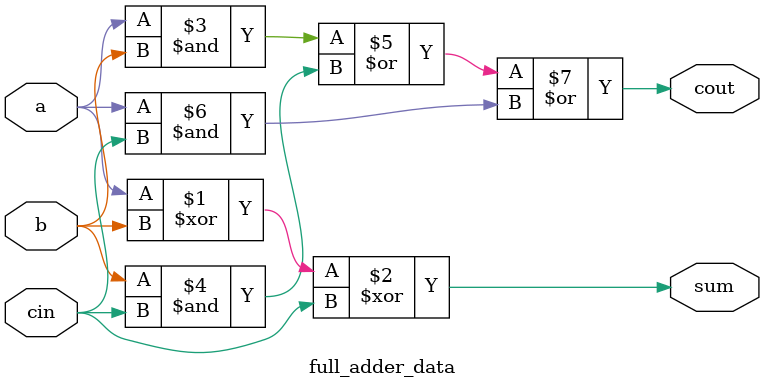
<source format=v>
module full_adder_data(a,b,cin,sum,cout);
input a,b,cin;
output sum,cout;
assign sum=a^b^cin;
assign cout=(a&b)|(b&cin)|(a&cin);
endmodule

</source>
